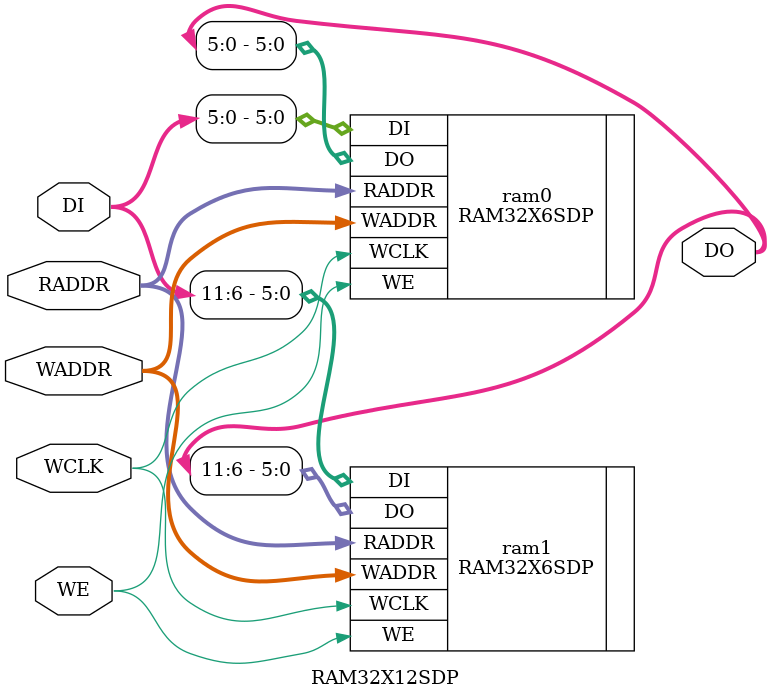
<source format=v>
module RAM32X12SDP(WADDR, RADDR, DI, DO, WE, WCLK);
    input [4:0] WADDR;		// port A address
    input [4:0] RADDR;		// port B address
    input [11:0] DI;		// port A data input
    output [11:0] DO;	// port B data output
    input WE;				// write enable for port A
    input WCLK;			// write clock for port A
// Use 3 RAM32X6SDP
wire [17:12] d;	// top six bits of RAM output port
RAM32X6SDP ram0 (.WADDR(WADDR), .DI(DI[5:0]), .WE(WE), .WCLK(WCLK), .RADDR(RADDR), .DO(DO[5:0]));
RAM32X6SDP ram1 (.WADDR(WADDR), .DI(DI[11:6]), .WE(WE), .WCLK(WCLK), .RADDR(RADDR), .DO(DO[11:6]));
endmodule

</source>
